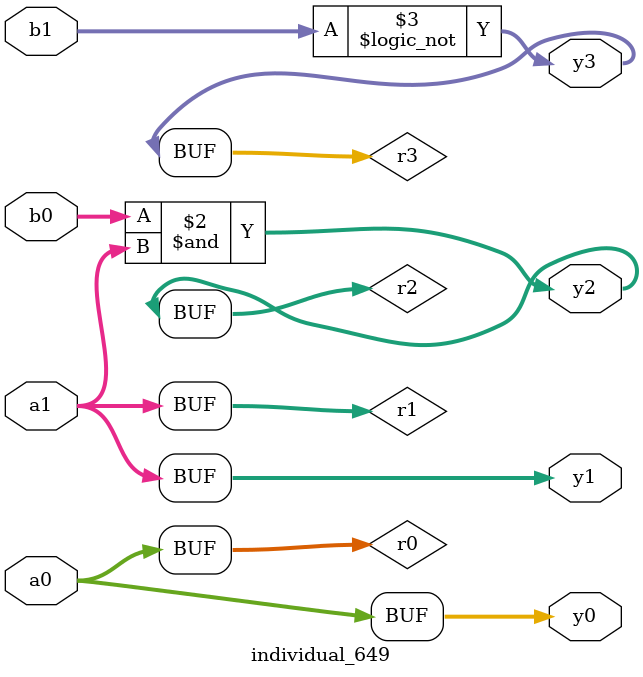
<source format=sv>
module individual_649(input logic [15:0] a1, input logic [15:0] a0, input logic [15:0] b1, input logic [15:0] b0, output logic [15:0] y3, output logic [15:0] y2, output logic [15:0] y1, output logic [15:0] y0);
logic [15:0] r0, r1, r2, r3; 
 always@(*) begin 
	 r0 = a0; r1 = a1; r2 = b0; r3 = b1; 
 	 r2  &=  a1 ;
 	 r3 = ! r3 ;
 	 y3 = r3; y2 = r2; y1 = r1; y0 = r0; 
end
endmodule
</source>
